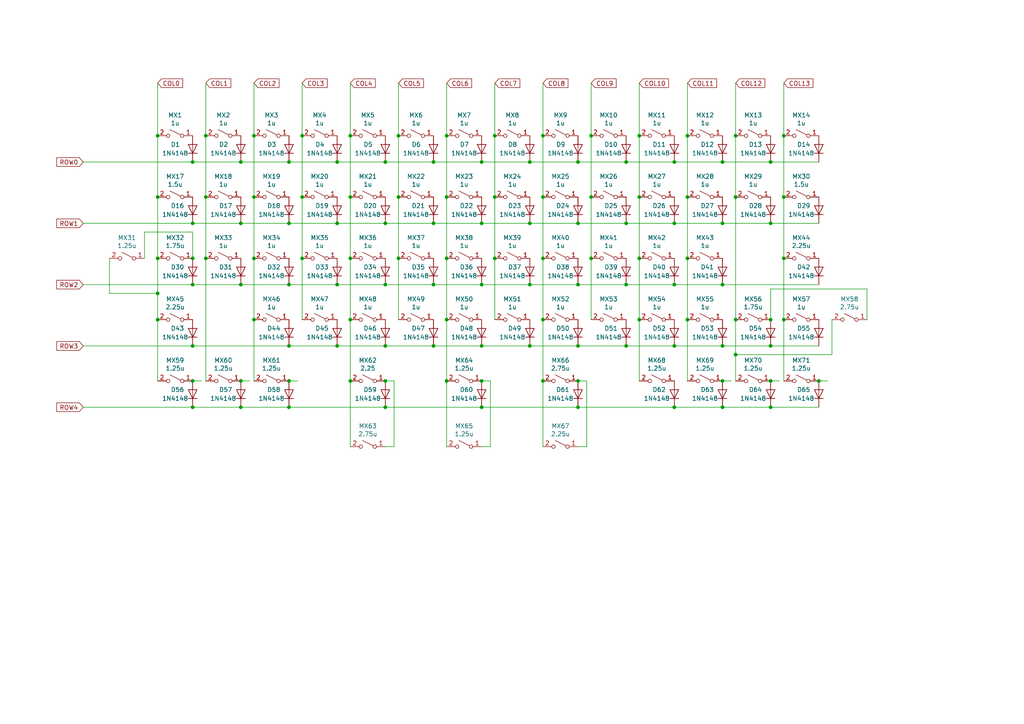
<source format=kicad_sch>
(kicad_sch (version 20211123) (generator eeschema)
  (paper "A4")
  (title_block (title "Bakeneko 60 V3") (date "2020-08-01") (rev "1") (comment 1 "Copyright © 2020 kkatano") (comment 2 "MIT License"))
  (lib_symbols
    (symbol "Device:D" (pin_numbers hide) (pin_names (offset 1.016) hide)
      (property "Reference" "D" (at 0 2.54 0))
      (property "Value" "Device_D" (at 0 -2.54 0))
      (symbol "D_0_1"
        (polyline (pts (xy -1.27 1.27) (xy -1.27 -1.27)) (stroke (width 0.2032)))
        (polyline (pts (xy 1.27 0) (xy -1.27 0)))
        (polyline (pts (xy 1.27 1.27) (xy 1.27 -1.27) (xy -1.27 0) (xy 1.27 1.27)) (stroke (width 0.2032)))
      )
      (symbol "D_1_1"
        (pin passive line (at -3.81 0 0) (length 2.54) (name "K") (number "1"))
        (pin passive line (at 3.81 0 180) (length 2.54) (name "A") (number "2"))
      )
    )
    (symbol "Switch:SW_SPST" (pin_names (offset 0) hide)
      (property "Reference" "SW" (at 0 3.175 0))
      (property "Value" "Switch_SW_SPST" (at 0 -2.54 0))
      (symbol "SW_SPST_0_0"
        (circle (center -2.032 0) (radius 0.508))
        (polyline (pts (xy -1.524 0.254) (xy 1.524 1.778)))
        (circle (center 2.032 0) (radius 0.508))
      )
      (symbol "SW_SPST_1_1"
        (pin passive line (at -5.08 0 0) (length 2.54) (name "A") (number "1"))
        (pin passive line (at 5.08 0 180) (length 2.54) (name "B") (number "2"))
      )
    )
  )
  (junction (at 143.51 39.37))
  (junction (at 111.76 82.55))
  (junction (at 209.55 46.99))
  (junction (at 97.79 64.77))
  (junction (at 45.72 85.09))
  (junction (at 101.6 74.93))
  (junction (at 101.6 92.71))
  (junction (at 83.82 64.77))
  (junction (at 129.54 92.71))
  (junction (at 129.54 57.15))
  (junction (at 73.66 39.37))
  (junction (at 157.48 57.15))
  (junction (at 129.54 74.93))
  (junction (at 181.61 46.99))
  (junction (at 101.6 57.15))
  (junction (at 213.36 102.87))
  (junction (at 181.61 100.33))
  (junction (at 55.88 64.77))
  (junction (at 139.7 82.55))
  (junction (at 167.64 46.99))
  (junction (at 55.88 74.93))
  (junction (at 213.36 57.15))
  (junction (at 195.58 64.77))
  (junction (at 69.85 110.49))
  (junction (at 59.69 74.93))
  (junction (at 209.55 110.49))
  (junction (at 139.7 110.49))
  (junction (at 209.55 64.77))
  (junction (at 185.42 39.37))
  (junction (at 97.79 82.55))
  (junction (at 185.42 92.71))
  (junction (at 167.64 64.77))
  (junction (at 125.73 82.55))
  (junction (at 213.36 92.71))
  (junction (at 199.39 74.93))
  (junction (at 45.72 92.71))
  (junction (at 111.76 118.11))
  (junction (at 223.52 46.99))
  (junction (at 69.85 46.99))
  (junction (at 153.67 82.55))
  (junction (at 83.82 46.99))
  (junction (at 223.52 92.71))
  (junction (at 45.72 39.37))
  (junction (at 55.88 82.55))
  (junction (at 59.69 57.15))
  (junction (at 195.58 46.99))
  (junction (at 223.52 64.77))
  (junction (at 223.52 110.49))
  (junction (at 111.76 46.99))
  (junction (at 213.36 39.37))
  (junction (at 115.57 74.93))
  (junction (at 101.6 110.49))
  (junction (at 115.57 39.37))
  (junction (at 139.7 64.77))
  (junction (at 125.73 100.33))
  (junction (at 167.64 82.55))
  (junction (at 129.54 110.49))
  (junction (at 83.82 82.55))
  (junction (at 139.7 46.99))
  (junction (at 167.64 100.33))
  (junction (at 223.52 118.11))
  (junction (at 139.7 118.11))
  (junction (at 59.69 39.37))
  (junction (at 87.63 74.93))
  (junction (at 171.45 57.15))
  (junction (at 227.33 39.37))
  (junction (at 143.51 74.93))
  (junction (at 157.48 110.49))
  (junction (at 199.39 57.15))
  (junction (at 167.64 118.11))
  (junction (at 153.67 64.77))
  (junction (at 83.82 110.49))
  (junction (at 55.88 46.99))
  (junction (at 195.58 82.55))
  (junction (at 111.76 64.77))
  (junction (at 227.33 57.15))
  (junction (at 87.63 39.37))
  (junction (at 157.48 74.93))
  (junction (at 157.48 92.71))
  (junction (at 199.39 39.37))
  (junction (at 55.88 118.11))
  (junction (at 157.48 39.37))
  (junction (at 83.82 118.11))
  (junction (at 143.51 57.15))
  (junction (at 101.6 39.37))
  (junction (at 167.64 110.49))
  (junction (at 97.79 100.33))
  (junction (at 55.88 110.49))
  (junction (at 171.45 39.37))
  (junction (at 171.45 74.93))
  (junction (at 55.88 100.33))
  (junction (at 185.42 74.93))
  (junction (at 125.73 46.99))
  (junction (at 185.42 57.15))
  (junction (at 115.57 57.15))
  (junction (at 97.79 46.99))
  (junction (at 195.58 118.11))
  (junction (at 209.55 82.55))
  (junction (at 45.72 74.93))
  (junction (at 83.82 100.33))
  (junction (at 181.61 64.77))
  (junction (at 237.49 110.49))
  (junction (at 181.61 82.55))
  (junction (at 227.33 92.71))
  (junction (at 73.66 74.93))
  (junction (at 139.7 100.33))
  (junction (at 223.52 100.33))
  (junction (at 111.76 100.33))
  (junction (at 73.66 57.15))
  (junction (at 199.39 92.71))
  (junction (at 45.72 57.15))
  (junction (at 69.85 82.55))
  (junction (at 209.55 118.11))
  (junction (at 73.66 92.71))
  (junction (at 209.55 100.33))
  (junction (at 153.67 46.99))
  (junction (at 153.67 100.33))
  (junction (at 69.85 118.11))
  (junction (at 125.73 64.77))
  (junction (at 87.63 57.15))
  (junction (at 227.33 74.93))
  (junction (at 111.76 110.49))
  (junction (at 129.54 39.37))
  (junction (at 69.85 64.77))
  (junction (at 195.58 100.33))
  (wire (pts (xy 223.52 46.99) (xy 209.55 46.99)))
  (wire (pts (xy 73.66 39.37) (xy 73.66 57.15)))
  (wire (pts (xy 129.54 74.93) (xy 129.54 92.71)))
  (wire (pts (xy 143.51 74.93) (xy 143.51 57.15)))
  (wire (pts (xy 185.42 74.93) (xy 185.42 92.71)))
  (wire (pts (xy 171.45 57.15) (xy 171.45 74.93)))
  (wire (pts (xy 125.73 100.33) (xy 139.7 100.33)))
  (wire (pts (xy 170.18 110.49) (xy 170.18 129.54)))
  (wire (pts (xy 167.64 82.55) (xy 153.67 82.55)))
  (wire (pts (xy 223.52 64.77) (xy 237.49 64.77)))
  (wire (pts (xy 209.55 118.11) (xy 195.58 118.11)))
  (wire (pts (xy 111.76 118.11) (xy 139.7 118.11)))
  (wire (pts (xy 101.6 24.13) (xy 101.6 39.37)))
  (wire (pts (xy 111.76 82.55) (xy 97.79 82.55)))
  (wire (pts (xy 101.6 110.49) (xy 101.6 129.54)))
  (wire (pts (xy 153.67 82.55) (xy 139.7 82.55)))
  (wire (pts (xy 195.58 82.55) (xy 181.61 82.55)))
  (wire (pts (xy 87.63 92.71) (xy 87.63 74.93)))
  (wire (pts (xy 185.42 57.15) (xy 185.42 74.93)))
  (wire (pts (xy 97.79 46.99) (xy 83.82 46.99)))
  (wire (pts (xy 83.82 82.55) (xy 69.85 82.55)))
  (wire (pts (xy 97.79 100.33) (xy 111.76 100.33)))
  (wire (pts (xy 45.72 74.93) (xy 45.72 85.09)))
  (wire (pts (xy 139.7 46.99) (xy 125.73 46.99)))
  (wire (pts (xy 181.61 46.99) (xy 167.64 46.99)))
  (wire (pts (xy 73.66 74.93) (xy 73.66 92.71)))
  (wire (pts (xy 167.64 100.33) (xy 181.61 100.33)))
  (wire (pts (xy 227.33 74.93) (xy 227.33 57.15)))
  (wire (pts (xy 87.63 74.93) (xy 87.63 57.15)))
  (wire (pts (xy 241.3 92.71) (xy 241.3 102.87)))
  (wire (pts (xy 213.36 57.15) (xy 213.36 92.71)))
  (wire (pts (xy 199.39 39.37) (xy 199.39 24.13)))
  (wire (pts (xy 199.39 74.93) (xy 199.39 57.15)))
  (wire (pts (xy 143.51 92.71) (xy 143.51 74.93)))
  (wire (pts (xy 195.58 64.77) (xy 209.55 64.77)))
  (wire (pts (xy 143.51 57.15) (xy 143.51 39.37)))
  (wire (pts (xy 167.64 110.49) (xy 170.18 110.49)))
  (wire (pts (xy 237.49 46.99) (xy 223.52 46.99)))
  (wire (pts (xy 24.13 82.55) (xy 55.88 82.55)))
  (wire (pts (xy 129.54 24.13) (xy 129.54 39.37)))
  (wire (pts (xy 114.3 110.49) (xy 114.3 129.54)))
  (wire (pts (xy 41.91 67.31) (xy 55.88 67.31)))
  (wire (pts (xy 139.7 100.33) (xy 153.67 100.33)))
  (wire (pts (xy 69.85 110.49) (xy 72.39 110.49)))
  (wire (pts (xy 59.69 39.37) (xy 59.69 24.13)))
  (wire (pts (xy 251.46 92.71) (xy 251.46 83.82)))
  (wire (pts (xy 55.88 110.49) (xy 58.42 110.49)))
  (wire (pts (xy 209.55 82.55) (xy 195.58 82.55)))
  (wire (pts (xy 45.72 85.09) (xy 45.72 92.71)))
  (wire (pts (xy 69.85 64.77) (xy 83.82 64.77)))
  (wire (pts (xy 209.55 82.55) (xy 237.49 82.55)))
  (wire (pts (xy 45.72 24.13) (xy 45.72 39.37)))
  (wire (pts (xy 167.64 46.99) (xy 153.67 46.99)))
  (wire (pts (xy 167.64 64.77) (xy 181.61 64.77)))
  (wire (pts (xy 55.88 67.31) (xy 55.88 74.93)))
  (wire (pts (xy 55.88 100.33) (xy 83.82 100.33)))
  (wire (pts (xy 115.57 57.15) (xy 115.57 39.37)))
  (wire (pts (xy 139.7 82.55) (xy 125.73 82.55)))
  (wire (pts (xy 199.39 110.49) (xy 199.39 92.71)))
  (wire (pts (xy 69.85 118.11) (xy 55.88 118.11)))
  (wire (pts (xy 129.54 39.37) (xy 129.54 57.15)))
  (wire (pts (xy 153.67 64.77) (xy 167.64 64.77)))
  (wire (pts (xy 83.82 118.11) (xy 111.76 118.11)))
  (wire (pts (xy 73.66 57.15) (xy 73.66 74.93)))
  (wire (pts (xy 125.73 82.55) (xy 111.76 82.55)))
  (wire (pts (xy 195.58 100.33) (xy 209.55 100.33)))
  (wire (pts (xy 213.36 92.71) (xy 213.36 102.87)))
  (wire (pts (xy 45.72 92.71) (xy 45.72 110.49)))
  (wire (pts (xy 153.67 46.99) (xy 139.7 46.99)))
  (wire (pts (xy 171.45 74.93) (xy 171.45 92.71)))
  (wire (pts (xy 111.76 64.77) (xy 125.73 64.77)))
  (wire (pts (xy 101.6 74.93) (xy 101.6 92.71)))
  (wire (pts (xy 251.46 83.82) (xy 223.52 83.82)))
  (wire (pts (xy 227.33 110.49) (xy 227.33 92.71)))
  (wire (pts (xy 157.48 92.71) (xy 157.48 110.49)))
  (wire (pts (xy 237.49 110.49) (xy 240.03 110.49)))
  (wire (pts (xy 114.3 129.54) (xy 111.76 129.54)))
  (wire (pts (xy 55.88 64.77) (xy 69.85 64.77)))
  (wire (pts (xy 111.76 46.99) (xy 97.79 46.99)))
  (wire (pts (xy 97.79 64.77) (xy 111.76 64.77)))
  (wire (pts (xy 223.52 110.49) (xy 226.06 110.49)))
  (wire (pts (xy 59.69 57.15) (xy 59.69 39.37)))
  (wire (pts (xy 83.82 118.11) (xy 69.85 118.11)))
  (wire (pts (xy 101.6 92.71) (xy 101.6 110.49)))
  (wire (pts (xy 129.54 110.49) (xy 129.54 129.54)))
  (wire (pts (xy 111.76 110.49) (xy 114.3 110.49)))
  (wire (pts (xy 139.7 64.77) (xy 153.67 64.77)))
  (wire (pts (xy 181.61 82.55) (xy 167.64 82.55)))
  (wire (pts (xy 59.69 74.93) (xy 59.69 110.49)))
  (wire (pts (xy 83.82 100.33) (xy 97.79 100.33)))
  (wire (pts (xy 185.42 24.13) (xy 185.42 39.37)))
  (wire (pts (xy 181.61 100.33) (xy 195.58 100.33)))
  (wire (pts (xy 157.48 74.93) (xy 157.48 57.15)))
  (wire (pts (xy 171.45 39.37) (xy 171.45 57.15)))
  (wire (pts (xy 223.52 100.33) (xy 237.49 100.33)))
  (wire (pts (xy 227.33 57.15) (xy 227.33 39.37)))
  (wire (pts (xy 31.75 74.93) (xy 31.75 85.09)))
  (wire (pts (xy 24.13 100.33) (xy 55.88 100.33)))
  (wire (pts (xy 111.76 100.33) (xy 125.73 100.33)))
  (wire (pts (xy 227.33 24.13) (xy 227.33 39.37)))
  (wire (pts (xy 125.73 64.77) (xy 139.7 64.77)))
  (wire (pts (xy 223.52 83.82) (xy 223.52 92.71)))
  (wire (pts (xy 241.3 102.87) (xy 213.36 102.87)))
  (wire (pts (xy 153.67 100.33) (xy 167.64 100.33)))
  (wire (pts (xy 227.33 92.71) (xy 227.33 74.93)))
  (wire (pts (xy 139.7 118.11) (xy 167.64 118.11)))
  (wire (pts (xy 223.52 118.11) (xy 209.55 118.11)))
  (wire (pts (xy 69.85 46.99) (xy 55.88 46.99)))
  (wire (pts (xy 45.72 57.15) (xy 45.72 74.93)))
  (wire (pts (xy 101.6 57.15) (xy 101.6 74.93)))
  (wire (pts (xy 87.63 39.37) (xy 87.63 24.13)))
  (wire (pts (xy 142.24 129.54) (xy 139.7 129.54)))
  (wire (pts (xy 167.64 118.11) (xy 195.58 118.11)))
  (wire (pts (xy 209.55 64.77) (xy 223.52 64.77)))
  (wire (pts (xy 115.57 92.71) (xy 115.57 74.93)))
  (wire (pts (xy 41.91 74.93) (xy 41.91 67.31)))
  (wire (pts (xy 139.7 110.49) (xy 142.24 110.49)))
  (wire (pts (xy 185.42 92.71) (xy 185.42 110.49)))
  (wire (pts (xy 83.82 46.99) (xy 69.85 46.99)))
  (wire (pts (xy 157.48 110.49) (xy 157.48 129.54)))
  (wire (pts (xy 157.48 39.37) (xy 157.48 24.13)))
  (wire (pts (xy 237.49 118.11) (xy 223.52 118.11)))
  (wire (pts (xy 101.6 39.37) (xy 101.6 57.15)))
  (wire (pts (xy 45.72 39.37) (xy 45.72 57.15)))
  (wire (pts (xy 170.18 129.54) (xy 167.64 129.54)))
  (wire (pts (xy 209.55 46.99) (xy 195.58 46.99)))
  (wire (pts (xy 24.13 118.11) (xy 55.88 118.11)))
  (wire (pts (xy 209.55 100.33) (xy 223.52 100.33)))
  (wire (pts (xy 171.45 24.13) (xy 171.45 39.37)))
  (wire (pts (xy 129.54 92.71) (xy 129.54 110.49)))
  (wire (pts (xy 157.48 57.15) (xy 157.48 39.37)))
  (wire (pts (xy 97.79 82.55) (xy 83.82 82.55)))
  (wire (pts (xy 185.42 39.37) (xy 185.42 57.15)))
  (wire (pts (xy 129.54 57.15) (xy 129.54 74.93)))
  (wire (pts (xy 83.82 110.49) (xy 86.36 110.49)))
  (wire (pts (xy 69.85 82.55) (xy 55.88 82.55)))
  (wire (pts (xy 213.36 102.87) (xy 213.36 110.49)))
  (wire (pts (xy 115.57 74.93) (xy 115.57 57.15)))
  (wire (pts (xy 213.36 39.37) (xy 213.36 57.15)))
  (wire (pts (xy 55.88 64.77) (xy 24.13 64.77)))
  (wire (pts (xy 213.36 24.13) (xy 213.36 39.37)))
  (wire (pts (xy 24.13 46.99) (xy 55.88 46.99)))
  (wire (pts (xy 83.82 64.77) (xy 97.79 64.77)))
  (wire (pts (xy 199.39 57.15) (xy 199.39 39.37)))
  (wire (pts (xy 73.66 24.13) (xy 73.66 39.37)))
  (wire (pts (xy 125.73 46.99) (xy 111.76 46.99)))
  (wire (pts (xy 195.58 46.99) (xy 181.61 46.99)))
  (wire (pts (xy 59.69 74.93) (xy 59.69 57.15)))
  (wire (pts (xy 142.24 110.49) (xy 142.24 129.54)))
  (wire (pts (xy 181.61 64.77) (xy 195.58 64.77)))
  (wire (pts (xy 212.09 110.49) (xy 209.55 110.49)))
  (wire (pts (xy 143.51 39.37) (xy 143.51 24.13)))
  (wire (pts (xy 199.39 92.71) (xy 199.39 74.93)))
  (wire (pts (xy 157.48 92.71) (xy 157.48 74.93)))
  (wire (pts (xy 31.75 85.09) (xy 45.72 85.09)))
  (wire (pts (xy 87.63 57.15) (xy 87.63 39.37)))
  (wire (pts (xy 115.57 39.37) (xy 115.57 24.13)))
  (wire (pts (xy 73.66 92.71) (xy 73.66 110.49)))
  (global_label "ROW4" (shape input) (at 24.13 118.11 180) (property "Intersheet References" "${INTERSHEET_REFS}" (effects hide)))
  (global_label "COL2" (shape input) (at 73.66 24.13 0) (property "Intersheet References" "${INTERSHEET_REFS}" (effects hide)))
  (global_label "ROW2" (shape input) (at 24.13 82.55 180) (property "Intersheet References" "${INTERSHEET_REFS}" (effects hide)))
  (global_label "COL9" (shape input) (at 171.45 24.13 0) (property "Intersheet References" "${INTERSHEET_REFS}" (effects hide)))
  (global_label "ROW3" (shape input) (at 24.13 100.33 180) (property "Intersheet References" "${INTERSHEET_REFS}" (effects hide)))
  (global_label "COL10" (shape input) (at 185.42 24.13 0) (property "Intersheet References" "${INTERSHEET_REFS}" (effects hide)))
  (global_label "COL7" (shape input) (at 143.51 24.13 0) (property "Intersheet References" "${INTERSHEET_REFS}" (effects hide)))
  (global_label "ROW1" (shape input) (at 24.13 64.77 180) (property "Intersheet References" "${INTERSHEET_REFS}" (effects hide)))
  (global_label "ROW0" (shape input) (at 24.13 46.99 180) (property "Intersheet References" "${INTERSHEET_REFS}" (effects hide)))
  (global_label "COL13" (shape input) (at 227.33 24.13 0) (property "Intersheet References" "${INTERSHEET_REFS}" (effects hide)))
  (global_label "COL4" (shape input) (at 101.6 24.13 0) (property "Intersheet References" "${INTERSHEET_REFS}" (effects hide)))
  (global_label "COL1" (shape input) (at 59.69 24.13 0) (property "Intersheet References" "${INTERSHEET_REFS}" (effects hide)))
  (global_label "COL12" (shape input) (at 213.36 24.13 0) (property "Intersheet References" "${INTERSHEET_REFS}" (effects hide)))
  (global_label "COL5" (shape input) (at 115.57 24.13 0) (property "Intersheet References" "${INTERSHEET_REFS}" (effects hide)))
  (global_label "COL11" (shape input) (at 199.39 24.13 0) (property "Intersheet References" "${INTERSHEET_REFS}" (effects hide)))
  (global_label "COL0" (shape input) (at 45.72 24.13 0) (property "Intersheet References" "${INTERSHEET_REFS}" (effects hide)))
  (global_label "COL3" (shape input) (at 87.63 24.13 0) (property "Intersheet References" "${INTERSHEET_REFS}" (effects hide)))
  (global_label "COL8" (shape input) (at 157.48 24.13 0) (property "Intersheet References" "${INTERSHEET_REFS}" (effects hide)))
  (global_label "COL6" (shape input) (at 129.54 24.13 0) (property "Intersheet References" "${INTERSHEET_REFS}" (effects hide)))
  (symbol (lib_id "Switch:SW_SPST") (at 246.38 92.71 0) (mirror y) (unit 1)
    (property "Reference" "MX58" (at 246.38 86.741 0))
    (property "Value" "2.75u" (at 246.38 89.0524 0))
    (property "Footprint" "MX_Only:MXOnly-2.75U-NoLED" (effects hide))
  )
  (symbol (lib_id "Switch:SW_SPST") (at 134.62 129.54 0) (mirror y) (unit 1)
    (property "Reference" "MX65" (at 134.62 123.571 0))
    (property "Value" "1.25u" (at 134.62 125.8824 0))
    (property "Footprint" "MX_Only:MXOnly-7U-ReversedStabilizers-NoLED" (effects hide))
  )
  (symbol (lib_id "Switch:SW_SPST") (at 50.8 57.15 0) (mirror y) (unit 1)
    (property "Reference" "MX17" (at 50.8 51.181 0))
    (property "Value" "1.5u" (at 50.8 53.4924 0))
    (property "Footprint" "MX_Only:MXOnly-1.5U-NoLED" (effects hide))
  )
  (symbol (lib_id "Switch:SW_SPST") (at 106.68 39.37 0) (mirror y) (unit 1)
    (property "Reference" "MX5" (at 106.68 33.401 0))
    (property "Value" "1u" (at 106.68 35.7124 0))
    (property "Footprint" "MX_Only:MXOnly-1U-NoLED" (effects hide))
  )
  (symbol (lib_id "Switch:SW_SPST") (at 36.83 74.93 0) (mirror y) (unit 1)
    (property "Reference" "MX31" (at 36.83 68.961 0))
    (property "Value" "1.25u" (at 36.83 71.2724 0))
    (property "Footprint" "MX_Only:MXOnly-1.25U-NoLED" (effects hide))
  )
  (symbol (lib_id "Switch:SW_SPST") (at 50.8 74.93 0) (mirror y) (unit 1)
    (property "Reference" "MX32" (at 50.8 68.961 0))
    (property "Value" "1.75u" (at 50.8 71.2724 0))
    (property "Footprint" "MX_Only:MXOnly-1.75U-NoLED" (effects hide))
  )
  (symbol (lib_id "Switch:SW_SPST") (at 50.8 92.71 0) (mirror y) (unit 1)
    (property "Reference" "MX45" (at 50.8 86.741 0))
    (property "Value" "2.25u" (at 50.8 89.0524 0))
    (property "Footprint" "MX_Only:MXOnly-2.25U-NoLED" (effects hide))
  )
  (symbol (lib_id "Device:D") (at 237.49 114.3 90) (unit 1)
    (property "Reference" "D65" (at 231.14 113.03 90) (effects (justify right)))
    (property "Value" "1N4148" (at 228.6 115.57 90) (effects (justify right)))
    (property "Footprint" "Diode_SMD:D_SOD-123" (effects hide))
    (property "LCSC Part #" "C81598" (effects hide))
  )
  (symbol (lib_id "Switch:SW_SPST") (at 232.41 110.49 0) (mirror y) (unit 1)
    (property "Reference" "MX71" (at 232.41 104.521 0))
    (property "Value" "1.25u" (at 232.41 106.8324 0))
    (property "Footprint" "MX_Only:MXOnly-1.25U-NoLED" (effects hide))
  )
  (symbol (lib_id "Device:D") (at 223.52 114.3 90) (unit 1)
    (property "Reference" "D64" (at 217.17 113.03 90) (effects (justify right)))
    (property "Value" "1N4148" (at 214.63 115.57 90) (effects (justify right)))
    (property "Footprint" "Diode_SMD:D_SOD-123" (effects hide))
    (property "LCSC Part #" "C81598" (effects hide))
  )
  (symbol (lib_id "Switch:SW_SPST") (at 218.44 110.49 0) (mirror y) (unit 1)
    (property "Reference" "MX70" (at 218.44 104.521 0))
    (property "Value" "1.25u" (at 218.44 106.8324 0))
    (property "Footprint" "MX_Only:MXOnly-1.25U-NoLED" (effects hide))
  )
  (symbol (lib_id "Device:D") (at 209.55 114.3 90) (unit 1)
    (property "Reference" "D63" (at 203.2 113.03 90) (effects (justify right)))
    (property "Value" "1N4148" (at 200.66 115.57 90) (effects (justify right)))
    (property "Footprint" "Diode_SMD:D_SOD-123" (effects hide))
    (property "LCSC Part #" "C81598" (effects hide))
  )
  (symbol (lib_id "Switch:SW_SPST") (at 204.47 110.49 0) (mirror y) (unit 1)
    (property "Reference" "MX69" (at 204.47 104.521 0))
    (property "Value" "1.25u" (at 204.47 106.8324 0))
    (property "Footprint" "MX_Only:MXOnly-1.25U-NoLED" (effects hide))
  )
  (symbol (lib_id "Device:D") (at 195.58 114.3 90) (unit 1)
    (property "Reference" "D62" (at 189.23 113.03 90) (effects (justify right)))
    (property "Value" "1N4148" (at 186.69 115.57 90) (effects (justify right)))
    (property "Footprint" "Diode_SMD:D_SOD-123" (effects hide))
    (property "LCSC Part #" "C81598" (effects hide))
  )
  (symbol (lib_id "Switch:SW_SPST") (at 190.5 110.49 0) (mirror y) (unit 1)
    (property "Reference" "MX68" (at 190.5 104.521 0))
    (property "Value" "1.25u" (at 190.5 106.8324 0))
    (property "Footprint" "MX_Only:MXOnly-1.25U-NoLED" (effects hide))
  )
  (symbol (lib_id "Device:D") (at 139.7 114.3 90) (unit 1)
    (property "Reference" "D60" (at 133.35 113.03 90) (effects (justify right)))
    (property "Value" "1N4148" (at 130.81 115.57 90) (effects (justify right)))
    (property "Footprint" "Diode_SMD:D_SOD-123" (effects hide))
    (property "LCSC Part #" "C81598" (effects hide))
  )
  (symbol (lib_id "Switch:SW_SPST") (at 134.62 110.49 0) (mirror y) (unit 1)
    (property "Reference" "MX64" (at 134.62 104.521 0))
    (property "Value" "1.25u" (at 134.62 106.8324 0))
    (property "Footprint" "MX_Only:MXOnly-6.25U-ReversedStabilizers-NoLED" (effects hide))
  )
  (symbol (lib_id "Device:D") (at 83.82 114.3 90) (unit 1)
    (property "Reference" "D58" (at 77.47 113.03 90) (effects (justify right)))
    (property "Value" "1N4148" (at 74.93 115.57 90) (effects (justify right)))
    (property "Footprint" "Diode_SMD:D_SOD-123" (effects hide))
    (property "LCSC Part #" "C81598" (effects hide))
  )
  (symbol (lib_id "Switch:SW_SPST") (at 78.74 110.49 0) (mirror y) (unit 1)
    (property "Reference" "MX61" (at 78.74 104.521 0))
    (property "Value" "1.25u" (at 78.74 106.8324 0))
    (property "Footprint" "MX_Only:MXOnly-1.25U-NoLED" (effects hide))
  )
  (symbol (lib_id "Device:D") (at 69.85 114.3 90) (unit 1)
    (property "Reference" "D57" (at 63.5 113.03 90) (effects (justify right)))
    (property "Value" "1N4148" (at 60.96 115.57 90) (effects (justify right)))
    (property "Footprint" "Diode_SMD:D_SOD-123" (effects hide))
    (property "LCSC Part #" "C81598" (effects hide))
  )
  (symbol (lib_id "Switch:SW_SPST") (at 64.77 110.49 0) (mirror y) (unit 1)
    (property "Reference" "MX60" (at 64.77 104.521 0))
    (property "Value" "1.25u" (at 64.77 106.8324 0))
    (property "Footprint" "MX_Only:MXOnly-1.25U-NoLED" (effects hide))
  )
  (symbol (lib_id "Device:D") (at 55.88 114.3 90) (unit 1)
    (property "Reference" "D56" (at 49.53 113.03 90) (effects (justify right)))
    (property "Value" "1N4148" (at 46.99 115.57 90) (effects (justify right)))
    (property "Footprint" "Diode_SMD:D_SOD-123" (effects hide))
    (property "LCSC Part #" "C81598" (effects hide))
  )
  (symbol (lib_id "Switch:SW_SPST") (at 50.8 110.49 0) (mirror y) (unit 1)
    (property "Reference" "MX59" (at 50.8 104.521 0))
    (property "Value" "1.25u" (at 50.8 106.8324 0))
    (property "Footprint" "MX_Only:MXOnly-1.25U-NoLED" (effects hide))
  )
  (symbol (lib_id "Device:D") (at 237.49 96.52 90) (unit 1)
    (property "Reference" "D55" (at 231.14 95.25 90) (effects (justify right)))
    (property "Value" "1N4148" (at 228.6 97.79 90) (effects (justify right)))
    (property "Footprint" "Diode_SMD:D_SOD-123" (effects hide))
    (property "LCSC Part #" "C81598" (effects hide))
  )
  (symbol (lib_id "Switch:SW_SPST") (at 232.41 92.71 0) (mirror y) (unit 1)
    (property "Reference" "MX57" (at 232.41 86.741 0))
    (property "Value" "1u" (at 232.41 89.0524 0))
    (property "Footprint" "MX_Only:MXOnly-1U-NoLED" (effects hide))
  )
  (symbol (lib_id "Device:D") (at 223.52 96.52 90) (unit 1)
    (property "Reference" "D54" (at 217.17 95.25 90) (effects (justify right)))
    (property "Value" "1N4148" (at 214.63 97.79 90) (effects (justify right)))
    (property "Footprint" "Diode_SMD:D_SOD-123" (effects hide))
    (property "LCSC Part #" "C81598" (effects hide))
  )
  (symbol (lib_id "Switch:SW_SPST") (at 218.44 92.71 0) (mirror y) (unit 1)
    (property "Reference" "MX56" (at 218.44 86.741 0))
    (property "Value" "1.75u" (at 218.44 89.0524 0))
    (property "Footprint" "MX_Only:MXOnly-1.75U-NoLED" (effects hide))
  )
  (symbol (lib_id "Device:D") (at 209.55 96.52 90) (unit 1)
    (property "Reference" "D53" (at 203.2 95.25 90) (effects (justify right)))
    (property "Value" "1N4148" (at 200.66 97.79 90) (effects (justify right)))
    (property "Footprint" "Diode_SMD:D_SOD-123" (effects hide))
    (property "LCSC Part #" "C81598" (effects hide))
  )
  (symbol (lib_id "Switch:SW_SPST") (at 204.47 92.71 0) (mirror y) (unit 1)
    (property "Reference" "MX55" (at 204.47 86.741 0))
    (property "Value" "1u" (at 204.47 89.0524 0))
    (property "Footprint" "MX_Only:MXOnly-1U-NoLED" (effects hide))
  )
  (symbol (lib_id "Device:D") (at 195.58 96.52 90) (unit 1)
    (property "Reference" "D52" (at 189.23 95.25 90) (effects (justify right)))
    (property "Value" "1N4148" (at 186.69 97.79 90) (effects (justify right)))
    (property "Footprint" "Diode_SMD:D_SOD-123" (effects hide))
    (property "LCSC Part #" "C81598" (effects hide))
  )
  (symbol (lib_id "Switch:SW_SPST") (at 190.5 92.71 0) (mirror y) (unit 1)
    (property "Reference" "MX54" (at 190.5 86.741 0))
    (property "Value" "1u" (at 190.5 89.0524 0))
    (property "Footprint" "MX_Only:MXOnly-1U-NoLED" (effects hide))
  )
  (symbol (lib_id "Device:D") (at 181.61 96.52 90) (unit 1)
    (property "Reference" "D51" (at 175.26 95.25 90) (effects (justify right)))
    (property "Value" "1N4148" (at 172.72 97.79 90) (effects (justify right)))
    (property "Footprint" "Diode_SMD:D_SOD-123" (effects hide))
    (property "LCSC Part #" "C81598" (effects hide))
  )
  (symbol (lib_id "Switch:SW_SPST") (at 176.53 92.71 0) (mirror y) (unit 1)
    (property "Reference" "MX53" (at 176.53 86.741 0))
    (property "Value" "1u" (at 176.53 89.0524 0))
    (property "Footprint" "MX_Only:MXOnly-1U-NoLED" (effects hide))
  )
  (symbol (lib_id "Device:D") (at 167.64 96.52 90) (unit 1)
    (property "Reference" "D50" (at 161.29 95.25 90) (effects (justify right)))
    (property "Value" "1N4148" (at 158.75 97.79 90) (effects (justify right)))
    (property "Footprint" "Diode_SMD:D_SOD-123" (effects hide))
    (property "LCSC Part #" "C81598" (effects hide))
  )
  (symbol (lib_id "Switch:SW_SPST") (at 162.56 92.71 0) (mirror y) (unit 1)
    (property "Reference" "MX52" (at 162.56 86.741 0))
    (property "Value" "1u" (at 162.56 89.0524 0))
    (property "Footprint" "MX_Only:MXOnly-1U-NoLED" (effects hide))
  )
  (symbol (lib_id "Device:D") (at 153.67 96.52 90) (unit 1)
    (property "Reference" "D49" (at 147.32 95.25 90) (effects (justify right)))
    (property "Value" "1N4148" (at 144.78 97.79 90) (effects (justify right)))
    (property "Footprint" "Diode_SMD:D_SOD-123" (effects hide))
    (property "LCSC Part #" "C81598" (effects hide))
  )
  (symbol (lib_id "Switch:SW_SPST") (at 148.59 92.71 0) (mirror y) (unit 1)
    (property "Reference" "MX51" (at 148.59 86.741 0))
    (property "Value" "1u" (at 148.59 89.0524 0))
    (property "Footprint" "MX_Only:MXOnly-1U-NoLED" (effects hide))
  )
  (symbol (lib_id "Device:D") (at 139.7 96.52 90) (unit 1)
    (property "Reference" "D48" (at 133.35 95.25 90) (effects (justify right)))
    (property "Value" "1N4148" (at 130.81 97.79 90) (effects (justify right)))
    (property "Footprint" "Diode_SMD:D_SOD-123" (effects hide))
    (property "LCSC Part #" "C81598" (effects hide))
  )
  (symbol (lib_id "Switch:SW_SPST") (at 134.62 92.71 0) (mirror y) (unit 1)
    (property "Reference" "MX50" (at 134.62 86.741 0))
    (property "Value" "1u" (at 134.62 89.0524 0))
    (property "Footprint" "MX_Only:MXOnly-1U-NoLED" (effects hide))
  )
  (symbol (lib_id "Device:D") (at 125.73 96.52 90) (unit 1)
    (property "Reference" "D47" (at 119.38 95.25 90) (effects (justify right)))
    (property "Value" "1N4148" (at 116.84 97.79 90) (effects (justify right)))
    (property "Footprint" "Diode_SMD:D_SOD-123" (effects hide))
    (property "LCSC Part #" "C81598" (effects hide))
  )
  (symbol (lib_id "Switch:SW_SPST") (at 120.65 92.71 0) (mirror y) (unit 1)
    (property "Reference" "MX49" (at 120.65 86.741 0))
    (property "Value" "1u" (at 120.65 89.0524 0))
    (property "Footprint" "MX_Only:MXOnly-1U-NoLED" (effects hide))
  )
  (symbol (lib_id "Device:D") (at 111.76 96.52 90) (unit 1)
    (property "Reference" "D46" (at 105.41 95.25 90) (effects (justify right)))
    (property "Value" "1N4148" (at 102.87 97.79 90) (effects (justify right)))
    (property "Footprint" "Diode_SMD:D_SOD-123" (effects hide))
    (property "LCSC Part #" "C81598" (effects hide))
  )
  (symbol (lib_id "Switch:SW_SPST") (at 106.68 92.71 0) (mirror y) (unit 1)
    (property "Reference" "MX48" (at 106.68 86.741 0))
    (property "Value" "1u" (at 106.68 89.0524 0))
    (property "Footprint" "MX_Only:MXOnly-1U-NoLED" (effects hide))
  )
  (symbol (lib_id "Device:D") (at 97.79 96.52 90) (unit 1)
    (property "Reference" "D45" (at 91.44 95.25 90) (effects (justify right)))
    (property "Value" "1N4148" (at 88.9 97.79 90) (effects (justify right)))
    (property "Footprint" "Diode_SMD:D_SOD-123" (effects hide))
    (property "LCSC Part #" "C81598" (effects hide))
  )
  (symbol (lib_id "Switch:SW_SPST") (at 92.71 92.71 0) (mirror y) (unit 1)
    (property "Reference" "MX47" (at 92.71 86.741 0))
    (property "Value" "1u" (at 92.71 89.0524 0))
    (property "Footprint" "MX_Only:MXOnly-1U-NoLED" (effects hide))
  )
  (symbol (lib_id "Device:D") (at 83.82 96.52 90) (unit 1)
    (property "Reference" "D44" (at 77.47 95.25 90) (effects (justify right)))
    (property "Value" "1N4148" (at 74.93 97.79 90) (effects (justify right)))
    (property "Footprint" "Diode_SMD:D_SOD-123" (effects hide))
    (property "LCSC Part #" "C81598" (effects hide))
  )
  (symbol (lib_id "Switch:SW_SPST") (at 78.74 92.71 0) (mirror y) (unit 1)
    (property "Reference" "MX46" (at 78.74 86.741 0))
    (property "Value" "1u" (at 78.74 89.0524 0))
    (property "Footprint" "MX_Only:MXOnly-1U-NoLED" (effects hide))
  )
  (symbol (lib_id "Device:D") (at 55.88 96.52 90) (unit 1)
    (property "Reference" "D43" (at 49.53 95.25 90) (effects (justify right)))
    (property "Value" "1N4148" (at 46.99 97.79 90) (effects (justify right)))
    (property "Footprint" "Diode_SMD:D_SOD-123" (effects hide))
    (property "LCSC Part #" "C81598" (effects hide))
  )
  (symbol (lib_id "Device:D") (at 237.49 78.74 90) (unit 1)
    (property "Reference" "D42" (at 231.14 77.47 90) (effects (justify right)))
    (property "Value" "1N4148" (at 228.6 80.01 90) (effects (justify right)))
    (property "Footprint" "Diode_SMD:D_SOD-123" (effects hide))
    (property "LCSC Part #" "C81598" (effects hide))
  )
  (symbol (lib_id "Switch:SW_SPST") (at 232.41 74.93 0) (mirror y) (unit 1)
    (property "Reference" "MX44" (at 232.41 68.961 0))
    (property "Value" "2.25u" (at 232.41 71.2724 0))
    (property "Footprint" "MX_Only:MXOnly-2.25U-NoLED" (effects hide))
  )
  (symbol (lib_id "Device:D") (at 209.55 78.74 90) (unit 1)
    (property "Reference" "D41" (at 203.2 77.47 90) (effects (justify right)))
    (property "Value" "1N4148" (at 200.66 80.01 90) (effects (justify right)))
    (property "Footprint" "Diode_SMD:D_SOD-123" (effects hide))
    (property "LCSC Part #" "C81598" (effects hide))
  )
  (symbol (lib_id "Switch:SW_SPST") (at 204.47 74.93 0) (mirror y) (unit 1)
    (property "Reference" "MX43" (at 204.47 68.961 0))
    (property "Value" "1u" (at 204.47 71.2724 0))
    (property "Footprint" "MX_Only:MXOnly-1U-NoLED" (effects hide))
  )
  (symbol (lib_id "Device:D") (at 195.58 78.74 90) (unit 1)
    (property "Reference" "D40" (at 189.23 77.47 90) (effects (justify right)))
    (property "Value" "1N4148" (at 186.69 80.01 90) (effects (justify right)))
    (property "Footprint" "Diode_SMD:D_SOD-123" (effects hide))
    (property "LCSC Part #" "C81598" (effects hide))
  )
  (symbol (lib_id "Switch:SW_SPST") (at 190.5 74.93 0) (mirror y) (unit 1)
    (property "Reference" "MX42" (at 190.5 68.961 0))
    (property "Value" "1u" (at 190.5 71.2724 0))
    (property "Footprint" "MX_Only:MXOnly-1U-NoLED" (effects hide))
  )
  (symbol (lib_id "Device:D") (at 181.61 78.74 90) (unit 1)
    (property "Reference" "D39" (at 175.26 77.47 90) (effects (justify right)))
    (property "Value" "1N4148" (at 172.72 80.01 90) (effects (justify right)))
    (property "Footprint" "Diode_SMD:D_SOD-123" (effects hide))
    (property "LCSC Part #" "C81598" (effects hide))
  )
  (symbol (lib_id "Switch:SW_SPST") (at 176.53 74.93 0) (mirror y) (unit 1)
    (property "Reference" "MX41" (at 176.53 68.961 0))
    (property "Value" "1u" (at 176.53 71.2724 0))
    (property "Footprint" "MX_Only:MXOnly-1U-NoLED" (effects hide))
  )
  (symbol (lib_id "Device:D") (at 167.64 78.74 90) (unit 1)
    (property "Reference" "D38" (at 161.29 77.47 90) (effects (justify right)))
    (property "Value" "1N4148" (at 158.75 80.01 90) (effects (justify right)))
    (property "Footprint" "Diode_SMD:D_SOD-123" (effects hide))
    (property "LCSC Part #" "C81598" (effects hide))
  )
  (symbol (lib_id "Switch:SW_SPST") (at 162.56 74.93 0) (mirror y) (unit 1)
    (property "Reference" "MX40" (at 162.56 68.961 0))
    (property "Value" "1u" (at 162.56 71.2724 0))
    (property "Footprint" "MX_Only:MXOnly-1U-NoLED" (effects hide))
  )
  (symbol (lib_id "Device:D") (at 153.67 78.74 90) (unit 1)
    (property "Reference" "D37" (at 147.32 77.47 90) (effects (justify right)))
    (property "Value" "1N4148" (at 144.78 80.01 90) (effects (justify right)))
    (property "Footprint" "Diode_SMD:D_SOD-123" (effects hide))
    (property "LCSC Part #" "C81598" (effects hide))
  )
  (symbol (lib_id "Switch:SW_SPST") (at 148.59 74.93 0) (mirror y) (unit 1)
    (property "Reference" "MX39" (at 148.59 68.961 0))
    (property "Value" "1u" (at 148.59 71.2724 0))
    (property "Footprint" "MX_Only:MXOnly-1U-NoLED" (effects hide))
  )
  (symbol (lib_id "Device:D") (at 139.7 78.74 90) (unit 1)
    (property "Reference" "D36" (at 133.35 77.47 90) (effects (justify right)))
    (property "Value" "1N4148" (at 130.81 80.01 90) (effects (justify right)))
    (property "Footprint" "Diode_SMD:D_SOD-123" (effects hide))
    (property "LCSC Part #" "C81598" (effects hide))
  )
  (symbol (lib_id "Switch:SW_SPST") (at 134.62 74.93 0) (mirror y) (unit 1)
    (property "Reference" "MX38" (at 134.62 68.961 0))
    (property "Value" "1u" (at 134.62 71.2724 0))
    (property "Footprint" "MX_Only:MXOnly-1U-NoLED" (effects hide))
  )
  (symbol (lib_id "Device:D") (at 125.73 78.74 90) (unit 1)
    (property "Reference" "D35" (at 119.38 77.47 90) (effects (justify right)))
    (property "Value" "1N4148" (at 116.84 80.01 90) (effects (justify right)))
    (property "Footprint" "Diode_SMD:D_SOD-123" (effects hide))
    (property "LCSC Part #" "C81598" (effects hide))
  )
  (symbol (lib_id "Switch:SW_SPST") (at 120.65 74.93 0) (mirror y) (unit 1)
    (property "Reference" "MX37" (at 120.65 68.961 0))
    (property "Value" "1u" (at 120.65 71.2724 0))
    (property "Footprint" "MX_Only:MXOnly-1U-NoLED" (effects hide))
  )
  (symbol (lib_id "Device:D") (at 111.76 78.74 90) (unit 1)
    (property "Reference" "D34" (at 105.41 77.47 90) (effects (justify right)))
    (property "Value" "1N4148" (at 102.87 80.01 90) (effects (justify right)))
    (property "Footprint" "Diode_SMD:D_SOD-123" (effects hide))
    (property "LCSC Part #" "C81598" (effects hide))
  )
  (symbol (lib_id "Switch:SW_SPST") (at 106.68 74.93 0) (mirror y) (unit 1)
    (property "Reference" "MX36" (at 106.68 68.961 0))
    (property "Value" "1u" (at 106.68 71.2724 0))
    (property "Footprint" "MX_Only:MXOnly-1U-NoLED" (effects hide))
  )
  (symbol (lib_id "Device:D") (at 97.79 78.74 90) (unit 1)
    (property "Reference" "D33" (at 91.44 77.47 90) (effects (justify right)))
    (property "Value" "1N4148" (at 88.9 80.01 90) (effects (justify right)))
    (property "Footprint" "Diode_SMD:D_SOD-123" (effects hide))
    (property "LCSC Part #" "C81598" (effects hide))
  )
  (symbol (lib_id "Switch:SW_SPST") (at 92.71 74.93 0) (mirror y) (unit 1)
    (property "Reference" "MX35" (at 92.71 68.961 0))
    (property "Value" "1u" (at 92.71 71.2724 0))
    (property "Footprint" "MX_Only:MXOnly-1U-NoLED" (effects hide))
  )
  (symbol (lib_id "Device:D") (at 83.82 78.74 90) (unit 1)
    (property "Reference" "D32" (at 77.47 77.47 90) (effects (justify right)))
    (property "Value" "1N4148" (at 74.93 80.01 90) (effects (justify right)))
    (property "Footprint" "Diode_SMD:D_SOD-123" (effects hide))
    (property "LCSC Part #" "C81598" (effects hide))
  )
  (symbol (lib_id "Switch:SW_SPST") (at 78.74 74.93 0) (mirror y) (unit 1)
    (property "Reference" "MX34" (at 78.74 68.961 0))
    (property "Value" "1u" (at 78.74 71.2724 0))
    (property "Footprint" "MX_Only:MXOnly-1U-NoLED" (effects hide))
  )
  (symbol (lib_id "Device:D") (at 69.85 78.74 90) (unit 1)
    (property "Reference" "D31" (at 63.5 77.47 90) (effects (justify right)))
    (property "Value" "1N4148" (at 60.96 80.01 90) (effects (justify right)))
    (property "Footprint" "Diode_SMD:D_SOD-123" (effects hide))
    (property "LCSC Part #" "C81598" (effects hide))
  )
  (symbol (lib_id "Switch:SW_SPST") (at 64.77 74.93 0) (mirror y) (unit 1)
    (property "Reference" "MX33" (at 64.77 68.961 0))
    (property "Value" "1u" (at 64.77 71.2724 0))
    (property "Footprint" "MX_Only:MXOnly-1U-NoLED" (effects hide))
  )
  (symbol (lib_id "Device:D") (at 55.88 78.74 90) (unit 1)
    (property "Reference" "D30" (at 49.53 77.47 90) (effects (justify right)))
    (property "Value" "1N4148" (at 46.99 80.01 90) (effects (justify right)))
    (property "Footprint" "Diode_SMD:D_SOD-123" (effects hide))
    (property "LCSC Part #" "C81598" (effects hide))
  )
  (symbol (lib_id "Device:D") (at 237.49 60.96 90) (unit 1)
    (property "Reference" "D29" (at 231.14 59.69 90) (effects (justify right)))
    (property "Value" "1N4148" (at 228.6 62.23 90) (effects (justify right)))
    (property "Footprint" "Diode_SMD:D_SOD-123" (effects hide))
    (property "LCSC Part #" "C81598" (effects hide))
  )
  (symbol (lib_id "Switch:SW_SPST") (at 232.41 57.15 0) (mirror y) (unit 1)
    (property "Reference" "MX30" (at 232.41 51.181 0))
    (property "Value" "1.5u" (at 232.41 53.4924 0))
    (property "Footprint" "MX_Only:MXOnly-1.5U-NoLED" (effects hide))
  )
  (symbol (lib_id "Device:D") (at 223.52 60.96 90) (unit 1)
    (property "Reference" "D28" (at 217.17 59.69 90) (effects (justify right)))
    (property "Value" "1N4148" (at 214.63 62.23 90) (effects (justify right)))
    (property "Footprint" "Diode_SMD:D_SOD-123" (effects hide))
    (property "LCSC Part #" "C81598" (effects hide))
  )
  (symbol (lib_id "Switch:SW_SPST") (at 218.44 57.15 0) (mirror y) (unit 1)
    (property "Reference" "MX29" (at 218.44 51.181 0))
    (property "Value" "1u" (at 218.44 53.4924 0))
    (property "Footprint" "MX_Only:MXOnly-1U-NoLED" (effects hide))
  )
  (symbol (lib_id "Device:D") (at 209.55 60.96 90) (unit 1)
    (property "Reference" "D27" (at 203.2 59.69 90) (effects (justify right)))
    (property "Value" "1N4148" (at 200.66 62.23 90) (effects (justify right)))
    (property "Footprint" "Diode_SMD:D_SOD-123" (effects hide))
    (property "LCSC Part #" "C81598" (effects hide))
  )
  (symbol (lib_id "Switch:SW_SPST") (at 204.47 57.15 0) (mirror y) (unit 1)
    (property "Reference" "MX28" (at 204.47 51.181 0))
    (property "Value" "1u" (at 204.47 53.4924 0))
    (property "Footprint" "MX_Only:MXOnly-1U-NoLED" (effects hide))
  )
  (symbol (lib_id "Device:D") (at 195.58 60.96 90) (unit 1)
    (property "Reference" "D26" (at 189.23 59.69 90) (effects (justify right)))
    (property "Value" "1N4148" (at 186.69 62.23 90) (effects (justify right)))
    (property "Footprint" "Diode_SMD:D_SOD-123" (effects hide))
    (property "LCSC Part #" "C81598" (effects hide))
  )
  (symbol (lib_id "Switch:SW_SPST") (at 190.5 57.15 0) (mirror y) (unit 1)
    (property "Reference" "MX27" (at 190.5 51.181 0))
    (property "Value" "1u" (at 190.5 53.4924 0))
    (property "Footprint" "MX_Only:MXOnly-1U-NoLED" (effects hide))
  )
  (symbol (lib_id "Device:D") (at 181.61 60.96 90) (unit 1)
    (property "Reference" "D25" (at 175.26 59.69 90) (effects (justify right)))
    (property "Value" "1N4148" (at 172.72 62.23 90) (effects (justify right)))
    (property "Footprint" "Diode_SMD:D_SOD-123" (effects hide))
    (property "LCSC Part #" "C81598" (effects hide))
  )
  (symbol (lib_id "Switch:SW_SPST") (at 176.53 57.15 0) (mirror y) (unit 1)
    (property "Reference" "MX26" (at 176.53 51.181 0))
    (property "Value" "1u" (at 176.53 53.4924 0))
    (property "Footprint" "MX_Only:MXOnly-1U-NoLED" (effects hide))
  )
  (symbol (lib_id "Device:D") (at 167.64 60.96 90) (unit 1)
    (property "Reference" "D24" (at 161.29 59.69 90) (effects (justify right)))
    (property "Value" "1N4148" (at 158.75 62.23 90) (effects (justify right)))
    (property "Footprint" "Diode_SMD:D_SOD-123" (effects hide))
    (property "LCSC Part #" "C81598" (effects hide))
  )
  (symbol (lib_id "Switch:SW_SPST") (at 162.56 57.15 0) (mirror y) (unit 1)
    (property "Reference" "MX25" (at 162.56 51.181 0))
    (property "Value" "1u" (at 162.56 53.4924 0))
    (property "Footprint" "MX_Only:MXOnly-1U-NoLED" (effects hide))
  )
  (symbol (lib_id "Device:D") (at 153.67 60.96 90) (unit 1)
    (property "Reference" "D23" (at 147.32 59.69 90) (effects (justify right)))
    (property "Value" "1N4148" (at 144.78 62.23 90) (effects (justify right)))
    (property "Footprint" "Diode_SMD:D_SOD-123" (effects hide))
    (property "LCSC Part #" "C81598" (effects hide))
  )
  (symbol (lib_id "Switch:SW_SPST") (at 148.59 57.15 0) (mirror y) (unit 1)
    (property "Reference" "MX24" (at 148.59 51.181 0))
    (property "Value" "1u" (at 148.59 53.4924 0))
    (property "Footprint" "MX_Only:MXOnly-1U-NoLED" (effects hide))
  )
  (symbol (lib_id "Device:D") (at 139.7 60.96 90) (unit 1)
    (property "Reference" "D22" (at 133.35 59.69 90) (effects (justify right)))
    (property "Value" "1N4148" (at 130.81 62.23 90) (effects (justify right)))
    (property "Footprint" "Diode_SMD:D_SOD-123" (effects hide))
    (property "LCSC Part #" "C81598" (effects hide))
  )
  (symbol (lib_id "Switch:SW_SPST") (at 134.62 57.15 0) (mirror y) (unit 1)
    (property "Reference" "MX23" (at 134.62 51.181 0))
    (property "Value" "1u" (at 134.62 53.4924 0))
    (property "Footprint" "MX_Only:MXOnly-1U-NoLED" (effects hide))
  )
  (symbol (lib_id "Device:D") (at 125.73 60.96 90) (unit 1)
    (property "Reference" "D21" (at 119.38 59.69 90) (effects (justify right)))
    (property "Value" "1N4148" (at 116.84 62.23 90) (effects (justify right)))
    (property "Footprint" "Diode_SMD:D_SOD-123" (effects hide))
    (property "LCSC Part #" "C81598" (effects hide))
  )
  (symbol (lib_id "Switch:SW_SPST") (at 120.65 57.15 0) (mirror y) (unit 1)
    (property "Reference" "MX22" (at 120.65 51.181 0))
    (property "Value" "1u" (at 120.65 53.4924 0))
    (property "Footprint" "MX_Only:MXOnly-1U-NoLED" (effects hide))
  )
  (symbol (lib_id "Device:D") (at 111.76 60.96 90) (unit 1)
    (property "Reference" "D20" (at 105.41 59.69 90) (effects (justify right)))
    (property "Value" "1N4148" (at 102.87 62.23 90) (effects (justify right)))
    (property "Footprint" "Diode_SMD:D_SOD-123" (effects hide))
    (property "LCSC Part #" "C81598" (effects hide))
  )
  (symbol (lib_id "Switch:SW_SPST") (at 106.68 57.15 0) (mirror y) (unit 1)
    (property "Reference" "MX21" (at 106.68 51.181 0))
    (property "Value" "1u" (at 106.68 53.4924 0))
    (property "Footprint" "MX_Only:MXOnly-1U-NoLED" (effects hide))
  )
  (symbol (lib_id "Device:D") (at 97.79 60.96 90) (unit 1)
    (property "Reference" "D19" (at 91.44 59.69 90) (effects (justify right)))
    (property "Value" "1N4148" (at 88.9 62.23 90) (effects (justify right)))
    (property "Footprint" "Diode_SMD:D_SOD-123" (effects hide))
    (property "LCSC Part #" "C81598" (effects hide))
  )
  (symbol (lib_id "Switch:SW_SPST") (at 92.71 57.15 0) (mirror y) (unit 1)
    (property "Reference" "MX20" (at 92.71 51.181 0))
    (property "Value" "1u" (at 92.71 53.4924 0))
    (property "Footprint" "MX_Only:MXOnly-1U-NoLED" (effects hide))
  )
  (symbol (lib_id "Device:D") (at 83.82 60.96 90) (unit 1)
    (property "Reference" "D18" (at 77.47 59.69 90) (effects (justify right)))
    (property "Value" "1N4148" (at 74.93 62.23 90) (effects (justify right)))
    (property "Footprint" "Diode_SMD:D_SOD-123" (effects hide))
    (property "LCSC Part #" "C81598" (effects hide))
  )
  (symbol (lib_id "Switch:SW_SPST") (at 78.74 57.15 0) (mirror y) (unit 1)
    (property "Reference" "MX19" (at 78.74 51.181 0))
    (property "Value" "1u" (at 78.74 53.4924 0))
    (property "Footprint" "MX_Only:MXOnly-1U-NoLED" (effects hide))
  )
  (symbol (lib_id "Device:D") (at 69.85 60.96 90) (unit 1)
    (property "Reference" "D17" (at 63.5 59.69 90) (effects (justify right)))
    (property "Value" "1N4148" (at 60.96 62.23 90) (effects (justify right)))
    (property "Footprint" "Diode_SMD:D_SOD-123" (effects hide))
    (property "LCSC Part #" "C81598" (effects hide))
  )
  (symbol (lib_id "Switch:SW_SPST") (at 64.77 57.15 0) (mirror y) (unit 1)
    (property "Reference" "MX18" (at 64.77 51.181 0))
    (property "Value" "1u" (at 64.77 53.4924 0))
    (property "Footprint" "MX_Only:MXOnly-1U-NoLED" (effects hide))
  )
  (symbol (lib_id "Device:D") (at 55.88 60.96 90) (unit 1)
    (property "Reference" "D16" (at 49.53 59.69 90) (effects (justify right)))
    (property "Value" "1N4148" (at 46.99 62.23 90) (effects (justify right)))
    (property "Footprint" "Diode_SMD:D_SOD-123" (effects hide))
    (property "LCSC Part #" "C81598" (effects hide))
  )
  (symbol (lib_id "Device:D") (at 237.49 43.18 90) (unit 1)
    (property "Reference" "D14" (at 231.14 41.91 90) (effects (justify right)))
    (property "Value" "1N4148" (at 228.6 44.45 90) (effects (justify right)))
    (property "Footprint" "Diode_SMD:D_SOD-123" (effects hide))
    (property "LCSC Part #" "C81598" (effects hide))
  )
  (symbol (lib_id "Switch:SW_SPST") (at 232.41 39.37 0) (mirror y) (unit 1)
    (property "Reference" "MX14" (at 232.41 33.401 0))
    (property "Value" "1u" (at 232.41 35.7124 0))
    (property "Footprint" "MX_Only:MXOnly-1U-NoLED" (effects hide))
  )
  (symbol (lib_id "Device:D") (at 223.52 43.18 90) (unit 1)
    (property "Reference" "D13" (at 217.17 41.91 90) (effects (justify right)))
    (property "Value" "1N4148" (at 214.63 44.45 90) (effects (justify right)))
    (property "Footprint" "Diode_SMD:D_SOD-123" (effects hide))
    (property "LCSC Part #" "C81598" (effects hide))
  )
  (symbol (lib_id "Switch:SW_SPST") (at 218.44 39.37 0) (mirror y) (unit 1)
    (property "Reference" "MX13" (at 218.44 33.401 0))
    (property "Value" "1u" (at 218.44 35.7124 0))
    (property "Footprint" "MX_Only:MXOnly-1U-NoLED" (effects hide))
  )
  (symbol (lib_id "Device:D") (at 209.55 43.18 90) (unit 1)
    (property "Reference" "D12" (at 203.2 41.91 90) (effects (justify right)))
    (property "Value" "1N4148" (at 200.66 44.45 90) (effects (justify right)))
    (property "Footprint" "Diode_SMD:D_SOD-123" (effects hide))
    (property "LCSC Part #" "C81598" (effects hide))
  )
  (symbol (lib_id "Switch:SW_SPST") (at 204.47 39.37 0) (mirror y) (unit 1)
    (property "Reference" "MX12" (at 204.47 33.401 0))
    (property "Value" "1u" (at 204.47 35.7124 0))
    (property "Footprint" "MX_Only:MXOnly-1U-NoLED" (effects hide))
  )
  (symbol (lib_id "Device:D") (at 195.58 43.18 90) (unit 1)
    (property "Reference" "D11" (at 189.23 41.91 90) (effects (justify right)))
    (property "Value" "1N4148" (at 186.69 44.45 90) (effects (justify right)))
    (property "Footprint" "Diode_SMD:D_SOD-123" (effects hide))
    (property "LCSC Part #" "C81598" (effects hide))
  )
  (symbol (lib_id "Switch:SW_SPST") (at 190.5 39.37 0) (mirror y) (unit 1)
    (property "Reference" "MX11" (at 190.5 33.401 0))
    (property "Value" "1u" (at 190.5 35.7124 0))
    (property "Footprint" "MX_Only:MXOnly-1U-NoLED" (effects hide))
  )
  (symbol (lib_id "Device:D") (at 181.61 43.18 90) (unit 1)
    (property "Reference" "D10" (at 175.26 41.91 90) (effects (justify right)))
    (property "Value" "1N4148" (at 172.72 44.45 90) (effects (justify right)))
    (property "Footprint" "Diode_SMD:D_SOD-123" (effects hide))
    (property "LCSC Part #" "C81598" (effects hide))
  )
  (symbol (lib_id "Switch:SW_SPST") (at 176.53 39.37 0) (mirror y) (unit 1)
    (property "Reference" "MX10" (at 176.53 33.401 0))
    (property "Value" "1u" (at 176.53 35.7124 0))
    (property "Footprint" "MX_Only:MXOnly-1U-NoLED" (effects hide))
  )
  (symbol (lib_id "Device:D") (at 167.64 43.18 90) (unit 1)
    (property "Reference" "D9" (at 161.29 41.91 90) (effects (justify right)))
    (property "Value" "1N4148" (at 158.75 44.45 90) (effects (justify right)))
    (property "Footprint" "Diode_SMD:D_SOD-123" (effects hide))
    (property "LCSC Part #" "C81598" (effects hide))
  )
  (symbol (lib_id "Switch:SW_SPST") (at 162.56 39.37 0) (mirror y) (unit 1)
    (property "Reference" "MX9" (at 162.56 33.401 0))
    (property "Value" "1u" (at 162.56 35.7124 0))
    (property "Footprint" "MX_Only:MXOnly-1U-NoLED" (effects hide))
  )
  (symbol (lib_id "Device:D") (at 153.67 43.18 90) (unit 1)
    (property "Reference" "D8" (at 147.32 41.91 90) (effects (justify right)))
    (property "Value" "1N4148" (at 144.78 44.45 90) (effects (justify right)))
    (property "Footprint" "Diode_SMD:D_SOD-123" (effects hide))
    (property "LCSC Part #" "C81598" (effects hide))
  )
  (symbol (lib_id "Switch:SW_SPST") (at 148.59 39.37 0) (mirror y) (unit 1)
    (property "Reference" "MX8" (at 148.59 33.401 0))
    (property "Value" "1u" (at 148.59 35.7124 0))
    (property "Footprint" "MX_Only:MXOnly-1U-NoLED" (effects hide))
  )
  (symbol (lib_id "Device:D") (at 139.7 43.18 90) (unit 1)
    (property "Reference" "D7" (at 133.35 41.91 90) (effects (justify right)))
    (property "Value" "1N4148" (at 130.81 44.45 90) (effects (justify right)))
    (property "Footprint" "Diode_SMD:D_SOD-123" (effects hide))
    (property "LCSC Part #" "C81598" (effects hide))
  )
  (symbol (lib_id "Switch:SW_SPST") (at 134.62 39.37 0) (mirror y) (unit 1)
    (property "Reference" "MX7" (at 134.62 33.401 0))
    (property "Value" "1u" (at 134.62 35.7124 0))
    (property "Footprint" "MX_Only:MXOnly-1U-NoLED" (effects hide))
  )
  (symbol (lib_id "Device:D") (at 125.73 43.18 90) (unit 1)
    (property "Reference" "D6" (at 119.38 41.91 90) (effects (justify right)))
    (property "Value" "1N4148" (at 116.84 44.45 90) (effects (justify right)))
    (property "Footprint" "Diode_SMD:D_SOD-123" (effects hide))
    (property "LCSC Part #" "C81598" (effects hide))
  )
  (symbol (lib_id "Switch:SW_SPST") (at 120.65 39.37 0) (mirror y) (unit 1)
    (property "Reference" "MX6" (at 120.65 33.401 0))
    (property "Value" "1u" (at 120.65 35.7124 0))
    (property "Footprint" "MX_Only:MXOnly-1U-NoLED" (effects hide))
  )
  (symbol (lib_id "Device:D") (at 111.76 43.18 90) (unit 1)
    (property "Reference" "D5" (at 105.41 41.91 90) (effects (justify right)))
    (property "Value" "1N4148" (at 102.87 44.45 90) (effects (justify right)))
    (property "Footprint" "Diode_SMD:D_SOD-123" (effects hide))
    (property "LCSC Part #" "C81598" (effects hide))
  )
  (symbol (lib_id "Device:D") (at 97.79 43.18 90) (unit 1)
    (property "Reference" "D4" (at 91.44 41.91 90) (effects (justify right)))
    (property "Value" "1N4148" (at 88.9 44.45 90) (effects (justify right)))
    (property "Footprint" "Diode_SMD:D_SOD-123" (effects hide))
    (property "LCSC Part #" "C81598" (effects hide))
  )
  (symbol (lib_id "Switch:SW_SPST") (at 92.71 39.37 0) (mirror y) (unit 1)
    (property "Reference" "MX4" (at 92.71 33.401 0))
    (property "Value" "1u" (at 92.71 35.7124 0))
    (property "Footprint" "MX_Only:MXOnly-1U-NoLED" (effects hide))
  )
  (symbol (lib_id "Device:D") (at 83.82 43.18 90) (unit 1)
    (property "Reference" "D3" (at 77.47 41.91 90) (effects (justify right)))
    (property "Value" "1N4148" (at 74.93 44.45 90) (effects (justify right)))
    (property "Footprint" "Diode_SMD:D_SOD-123" (effects hide))
    (property "LCSC Part #" "C81598" (effects hide))
  )
  (symbol (lib_id "Switch:SW_SPST") (at 78.74 39.37 0) (mirror y) (unit 1)
    (property "Reference" "MX3" (at 78.74 33.401 0))
    (property "Value" "1u" (at 78.74 35.7124 0))
    (property "Footprint" "MX_Only:MXOnly-1U-NoLED" (effects hide))
  )
  (symbol (lib_id "Device:D") (at 69.85 43.18 90) (unit 1)
    (property "Reference" "D2" (at 63.5 41.91 90) (effects (justify right)))
    (property "Value" "1N4148" (at 60.96 44.45 90) (effects (justify right)))
    (property "Footprint" "Diode_SMD:D_SOD-123" (effects hide))
    (property "LCSC Part #" "C81598" (effects hide))
  )
  (symbol (lib_id "Switch:SW_SPST") (at 64.77 39.37 0) (mirror y) (unit 1)
    (property "Reference" "MX2" (at 64.77 33.401 0))
    (property "Value" "1u" (at 64.77 35.7124 0))
    (property "Footprint" "MX_Only:MXOnly-1U-NoLED" (effects hide))
  )
  (symbol (lib_id "Device:D") (at 55.88 43.18 90) (unit 1)
    (property "Reference" "D1" (at 49.53 41.91 90) (effects (justify right)))
    (property "Value" "1N4148" (at 46.99 44.45 90) (effects (justify right)))
    (property "Footprint" "Diode_SMD:D_SOD-123" (effects hide))
    (property "LCSC Part #" "C81598" (effects hide))
  )
  (symbol (lib_id "Switch:SW_SPST") (at 50.8 39.37 0) (mirror y) (unit 1)
    (property "Reference" "MX1" (at 50.8 33.401 0))
    (property "Value" "1u" (at 50.8 35.7124 0))
    (property "Footprint" "MX_Only:MXOnly-1U-NoLED" (effects hide))
  )
  (symbol (lib_id "Switch:SW_SPST") (at 162.56 110.49 0) (mirror y) (unit 1)
    (property "Reference" "MX66" (at 162.56 104.521 0))
    (property "Value" "2.75u" (at 162.56 106.8324 0))
    (property "Footprint" "MX_Only:MXOnly-6.25U-ReversedStabilizers-NoLED" (effects hide))
  )
  (symbol (lib_id "Device:D") (at 167.64 114.3 90) (unit 1)
    (property "Reference" "D61" (at 161.29 113.03 90) (effects (justify right)))
    (property "Value" "1N4148" (at 158.75 115.57 90) (effects (justify right)))
    (property "Footprint" "Diode_SMD:D_SOD-123" (effects hide))
    (property "LCSC Part #" "C81598" (effects hide))
  )
  (symbol (lib_id "Device:D") (at 111.76 114.3 90) (unit 1)
    (property "Reference" "D59" (at 105.41 113.03 90) (effects (justify right)))
    (property "Value" "1N4148" (at 102.87 115.57 90) (effects (justify right)))
    (property "Footprint" "Diode_SMD:D_SOD-123" (effects hide))
    (property "LCSC Part #" "C81598" (effects hide))
  )
  (symbol (lib_id "Switch:SW_SPST") (at 106.68 110.49 0) (mirror y) (unit 1)
    (property "Reference" "MX62" (at 106.68 104.521 0))
    (property "Value" "2.25" (at 106.68 106.8324 0))
    (property "Footprint" "MX_Only:MXOnly-6.25U-ReversedStabilizers-NoLED" (effects hide))
  )
  (symbol (lib_id "Switch:SW_SPST") (at 106.68 129.54 0) (mirror y) (unit 1)
    (property "Reference" "MX63" (at 106.68 123.571 0))
    (property "Value" "2.75u" (at 106.68 125.8824 0))
    (property "Footprint" "MX_Only:MXOnly-7U-ReversedStabilizers-NoLED" (effects hide))
  )
  (symbol (lib_id "Switch:SW_SPST") (at 162.56 129.54 0) (mirror y) (unit 1)
    (property "Reference" "MX67" (at 162.56 123.571 0))
    (property "Value" "2.25u" (at 162.56 125.8824 0))
    (property "Footprint" "MX_Only:MXOnly-7U-ReversedStabilizers-NoLED" (effects hide))
  )
)
</source>
